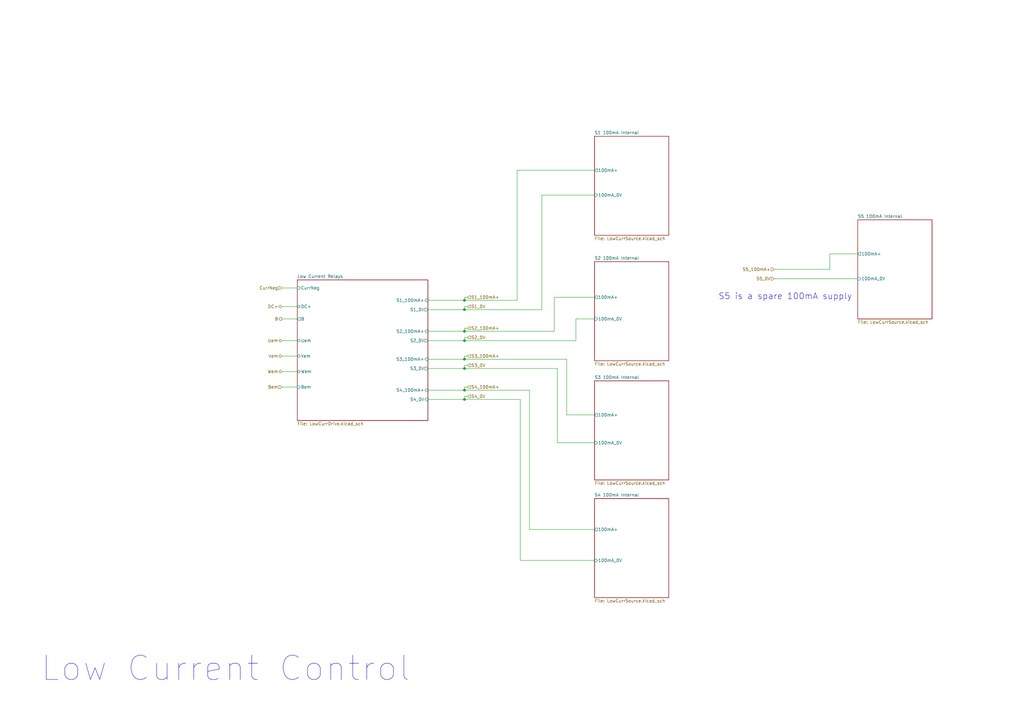
<source format=kicad_sch>
(kicad_sch
	(version 20231120)
	(generator "eeschema")
	(generator_version "8.0")
	(uuid "47bbe107-ffb4-4cb9-8cdd-7ff3a93e3685")
	(paper "A3")
	(title_block
		(title "GAVIM V4 TEST 137")
		(date "2024-06-25")
		(rev "00.00")
		(company "Nidec Drives")
	)
	(lib_symbols)
	(junction
		(at 190.5 127)
		(diameter 0)
		(color 0 0 0 0)
		(uuid "1634dda0-a0a9-4af5-b41d-136a8e5f4be9")
	)
	(junction
		(at 190.5 123.19)
		(diameter 0)
		(color 0 0 0 0)
		(uuid "2914441d-92f4-4118-90b8-444bdfdd71a7")
	)
	(junction
		(at 190.5 135.89)
		(diameter 0)
		(color 0 0 0 0)
		(uuid "836e8819-b0fb-4999-a6e1-ee9feb6b3af6")
	)
	(junction
		(at 190.5 160.02)
		(diameter 0)
		(color 0 0 0 0)
		(uuid "a46d5271-2840-48a3-9e22-86740c2ef4ff")
	)
	(junction
		(at 190.5 163.83)
		(diameter 0)
		(color 0 0 0 0)
		(uuid "b0c6ebd8-32ff-4a4a-8aa5-f0aa7ec4ce02")
	)
	(junction
		(at 190.5 151.13)
		(diameter 0)
		(color 0 0 0 0)
		(uuid "b8e2bbb6-8869-4cbc-addf-2ffd534b26e9")
	)
	(junction
		(at 190.5 139.7)
		(diameter 0)
		(color 0 0 0 0)
		(uuid "dacffa86-fecb-4d52-b6ab-dc90778e2e04")
	)
	(junction
		(at 190.5 147.32)
		(diameter 0)
		(color 0 0 0 0)
		(uuid "e9d67d78-0c16-4839-baa5-ff9c23a62ae6")
	)
	(wire
		(pts
			(xy 340.36 104.14) (xy 351.79 104.14)
		)
		(stroke
			(width 0)
			(type default)
		)
		(uuid "01faf146-112d-4b78-86a1-0e47ec6d3ac8")
	)
	(wire
		(pts
			(xy 190.5 123.19) (xy 212.09 123.19)
		)
		(stroke
			(width 0)
			(type default)
		)
		(uuid "07bea0a5-9d9b-4b9e-9a78-eeafe3014def")
	)
	(wire
		(pts
			(xy 213.36 229.87) (xy 243.84 229.87)
		)
		(stroke
			(width 0)
			(type default)
		)
		(uuid "092c6c18-1a09-4651-978f-3d6fbf1173e3")
	)
	(wire
		(pts
			(xy 191.77 146.05) (xy 190.5 146.05)
		)
		(stroke
			(width 0)
			(type default)
		)
		(uuid "13ba80dd-ec3a-4124-a4b0-5036509bae9c")
	)
	(wire
		(pts
			(xy 115.57 130.81) (xy 121.92 130.81)
		)
		(stroke
			(width 0)
			(type default)
		)
		(uuid "1cdb896e-8546-4ff2-9c41-da0470560919")
	)
	(wire
		(pts
			(xy 190.5 139.7) (xy 175.514 139.7)
		)
		(stroke
			(width 0)
			(type default)
		)
		(uuid "1d701437-7aae-4331-a82c-961ae3e51bd4")
	)
	(wire
		(pts
			(xy 190.5 160.02) (xy 217.17 160.02)
		)
		(stroke
			(width 0)
			(type default)
		)
		(uuid "1fa65c68-199f-4d36-ad4f-87eff5550e9e")
	)
	(wire
		(pts
			(xy 228.6 151.13) (xy 228.6 181.61)
		)
		(stroke
			(width 0)
			(type default)
		)
		(uuid "20a20e3d-8520-4899-9696-973e91a1c1e2")
	)
	(wire
		(pts
			(xy 236.22 130.81) (xy 236.22 139.7)
		)
		(stroke
			(width 0)
			(type default)
		)
		(uuid "290fe744-585e-4faf-96b0-2d8ac5e28462")
	)
	(wire
		(pts
			(xy 243.84 130.81) (xy 236.22 130.81)
		)
		(stroke
			(width 0)
			(type default)
		)
		(uuid "2a0ac6ae-170e-44e0-9e81-b39fde3dbded")
	)
	(wire
		(pts
			(xy 191.77 125.73) (xy 190.5 125.73)
		)
		(stroke
			(width 0)
			(type default)
		)
		(uuid "321a5e86-308a-4c62-b22b-a37429beff6d")
	)
	(wire
		(pts
			(xy 191.77 121.92) (xy 190.5 121.92)
		)
		(stroke
			(width 0)
			(type default)
		)
		(uuid "32da5ea2-abc0-4103-86ea-14bfb63ec067")
	)
	(wire
		(pts
			(xy 191.77 134.62) (xy 190.5 134.62)
		)
		(stroke
			(width 0)
			(type default)
		)
		(uuid "391a99b8-9678-4306-9b04-364016557d85")
	)
	(wire
		(pts
			(xy 190.5 158.75) (xy 190.5 160.02)
		)
		(stroke
			(width 0)
			(type default)
		)
		(uuid "3a6aec93-69e0-480c-92ae-945e8b607fe0")
	)
	(wire
		(pts
			(xy 232.41 147.32) (xy 232.41 170.18)
		)
		(stroke
			(width 0)
			(type default)
		)
		(uuid "3c77f667-8843-4fda-afea-6bffc24853aa")
	)
	(wire
		(pts
			(xy 232.41 170.18) (xy 243.84 170.18)
		)
		(stroke
			(width 0)
			(type default)
		)
		(uuid "3cf8765c-50c1-4800-be1d-9a2fb28e9bba")
	)
	(wire
		(pts
			(xy 175.514 163.83) (xy 190.5 163.83)
		)
		(stroke
			(width 0)
			(type default)
		)
		(uuid "3eb96c79-7088-4dd1-9bea-9ae74eb1f80c")
	)
	(wire
		(pts
			(xy 190.5 151.13) (xy 228.6 151.13)
		)
		(stroke
			(width 0)
			(type default)
		)
		(uuid "41a6e0ca-3ea2-4ec9-a1c4-b1d6ad7cd163")
	)
	(wire
		(pts
			(xy 190.5 138.43) (xy 190.5 139.7)
		)
		(stroke
			(width 0)
			(type default)
		)
		(uuid "4340eeac-9729-4a89-995d-d2bcf9fe9617")
	)
	(wire
		(pts
			(xy 217.17 160.02) (xy 217.17 217.17)
		)
		(stroke
			(width 0)
			(type default)
		)
		(uuid "55148526-0e42-47a5-94b9-12bda326aff8")
	)
	(wire
		(pts
			(xy 190.5 121.92) (xy 190.5 123.19)
		)
		(stroke
			(width 0)
			(type default)
		)
		(uuid "5ad17648-0108-411b-8444-b4f351dfb112")
	)
	(wire
		(pts
			(xy 227.33 135.89) (xy 227.33 121.92)
		)
		(stroke
			(width 0)
			(type default)
		)
		(uuid "62e66c99-93fc-47f5-acfa-3c32accb99e5")
	)
	(wire
		(pts
			(xy 191.77 138.43) (xy 190.5 138.43)
		)
		(stroke
			(width 0)
			(type default)
		)
		(uuid "6fd7b884-5e10-4de3-9468-f6e8b7b57a9d")
	)
	(wire
		(pts
			(xy 212.09 123.19) (xy 212.09 69.85)
		)
		(stroke
			(width 0)
			(type default)
		)
		(uuid "731394dc-8227-49c3-b0aa-496fb9738085")
	)
	(wire
		(pts
			(xy 213.36 163.83) (xy 213.36 229.87)
		)
		(stroke
			(width 0)
			(type default)
		)
		(uuid "7cea38c1-176c-44c1-b96b-cf67f7cc8649")
	)
	(wire
		(pts
			(xy 222.25 80.01) (xy 243.84 80.01)
		)
		(stroke
			(width 0)
			(type default)
		)
		(uuid "808ae0b4-4822-4128-9ac0-65f31ab691ae")
	)
	(wire
		(pts
			(xy 115.57 152.4) (xy 121.92 152.4)
		)
		(stroke
			(width 0)
			(type default)
		)
		(uuid "827b6dd2-9340-44af-87c8-a16ae8a0cee8")
	)
	(wire
		(pts
			(xy 227.33 121.92) (xy 243.84 121.92)
		)
		(stroke
			(width 0)
			(type default)
		)
		(uuid "83c20f6d-5820-492c-9181-399558eee832")
	)
	(wire
		(pts
			(xy 340.36 110.49) (xy 340.36 104.14)
		)
		(stroke
			(width 0)
			(type default)
		)
		(uuid "844fdaf6-8c6a-4968-8211-3255aa3249ce")
	)
	(wire
		(pts
			(xy 175.514 127) (xy 190.5 127)
		)
		(stroke
			(width 0)
			(type default)
		)
		(uuid "8a99d5d3-a7eb-460f-aee7-ccbf2a1702d7")
	)
	(wire
		(pts
			(xy 175.514 147.32) (xy 190.5 147.32)
		)
		(stroke
			(width 0)
			(type default)
		)
		(uuid "8c2b21c5-1dff-4563-97a3-d0a6ed9e5400")
	)
	(wire
		(pts
			(xy 190.5 149.86) (xy 190.5 151.13)
		)
		(stroke
			(width 0)
			(type default)
		)
		(uuid "9265dd0b-a5c3-42eb-85a7-b6f3567a894a")
	)
	(wire
		(pts
			(xy 191.77 149.86) (xy 190.5 149.86)
		)
		(stroke
			(width 0)
			(type default)
		)
		(uuid "95f03b0e-24f7-48c2-a470-e7f6ec056807")
	)
	(wire
		(pts
			(xy 190.5 125.73) (xy 190.5 127)
		)
		(stroke
			(width 0)
			(type default)
		)
		(uuid "97391150-9004-44a4-a502-14def65b72ab")
	)
	(wire
		(pts
			(xy 228.6 181.61) (xy 243.84 181.61)
		)
		(stroke
			(width 0)
			(type default)
		)
		(uuid "97a322c2-61ce-4fc4-ae14-fd34d76ffae3")
	)
	(wire
		(pts
			(xy 212.09 69.85) (xy 243.84 69.85)
		)
		(stroke
			(width 0)
			(type default)
		)
		(uuid "98a51dc2-e9e3-4355-98c7-7d693f06b8bc")
	)
	(wire
		(pts
			(xy 190.5 135.89) (xy 227.33 135.89)
		)
		(stroke
			(width 0)
			(type default)
		)
		(uuid "98c2ba7f-1d51-464d-8b21-109e5b8e7c20")
	)
	(wire
		(pts
			(xy 222.25 127) (xy 222.25 80.01)
		)
		(stroke
			(width 0)
			(type default)
		)
		(uuid "9ca2e2e9-5af5-47c5-8812-3b1eb116c8bb")
	)
	(wire
		(pts
			(xy 115.57 146.05) (xy 121.92 146.05)
		)
		(stroke
			(width 0)
			(type default)
		)
		(uuid "9cd33c31-a782-4ec2-9272-650a2b44f684")
	)
	(wire
		(pts
			(xy 317.5 110.49) (xy 340.36 110.49)
		)
		(stroke
			(width 0)
			(type default)
		)
		(uuid "9f12761f-aa24-4770-958a-ffa48fdbaca4")
	)
	(wire
		(pts
			(xy 175.514 160.02) (xy 190.5 160.02)
		)
		(stroke
			(width 0)
			(type default)
		)
		(uuid "a06e1c2a-2592-4b53-abbc-3b541b7d78bb")
	)
	(wire
		(pts
			(xy 236.22 139.7) (xy 190.5 139.7)
		)
		(stroke
			(width 0)
			(type default)
		)
		(uuid "a4f7bba9-c77f-47f8-a77a-9e36302674a7")
	)
	(wire
		(pts
			(xy 190.5 163.83) (xy 213.36 163.83)
		)
		(stroke
			(width 0)
			(type default)
		)
		(uuid "a5066bc7-f8e3-4cff-b171-ee605698190b")
	)
	(wire
		(pts
			(xy 115.57 139.7) (xy 121.92 139.7)
		)
		(stroke
			(width 0)
			(type default)
		)
		(uuid "b1f9180b-8709-42d6-a44e-42b10a0e1917")
	)
	(wire
		(pts
			(xy 175.514 123.19) (xy 190.5 123.19)
		)
		(stroke
			(width 0)
			(type default)
		)
		(uuid "bd9ab7c3-0a32-4181-a8da-aec548fa512d")
	)
	(wire
		(pts
			(xy 190.5 162.56) (xy 190.5 163.83)
		)
		(stroke
			(width 0)
			(type default)
		)
		(uuid "bfdce52c-d647-4947-aca2-51bf8fa7a740")
	)
	(wire
		(pts
			(xy 191.77 162.56) (xy 190.5 162.56)
		)
		(stroke
			(width 0)
			(type default)
		)
		(uuid "c673da6c-4b7f-4fd6-87a4-e2b249e03ff0")
	)
	(wire
		(pts
			(xy 175.514 135.89) (xy 190.5 135.89)
		)
		(stroke
			(width 0)
			(type default)
		)
		(uuid "ca14b0e0-66ee-40b2-9525-b4ffa0a313e5")
	)
	(wire
		(pts
			(xy 317.5 114.3) (xy 351.79 114.3)
		)
		(stroke
			(width 0)
			(type default)
		)
		(uuid "cd634f2e-9f5b-4820-81d7-89eda51afe53")
	)
	(wire
		(pts
			(xy 191.77 158.75) (xy 190.5 158.75)
		)
		(stroke
			(width 0)
			(type default)
		)
		(uuid "ce515a1a-a207-4e3c-a58a-69abc4d7b6ce")
	)
	(wire
		(pts
			(xy 190.5 146.05) (xy 190.5 147.32)
		)
		(stroke
			(width 0)
			(type default)
		)
		(uuid "d35cffa7-1938-407a-9d90-40226860117f")
	)
	(wire
		(pts
			(xy 115.57 158.75) (xy 121.92 158.75)
		)
		(stroke
			(width 0)
			(type default)
		)
		(uuid "d8eba48a-93ca-49fe-ac42-6eb578c3d5b7")
	)
	(wire
		(pts
			(xy 175.514 151.13) (xy 190.5 151.13)
		)
		(stroke
			(width 0)
			(type default)
		)
		(uuid "dffe9813-8da1-4427-ab81-b389c99160c2")
	)
	(wire
		(pts
			(xy 190.5 147.32) (xy 232.41 147.32)
		)
		(stroke
			(width 0)
			(type default)
		)
		(uuid "eb584da3-41e0-4ed3-b425-f34d0543d2ca")
	)
	(wire
		(pts
			(xy 190.5 127) (xy 222.25 127)
		)
		(stroke
			(width 0)
			(type default)
		)
		(uuid "ebba7ce1-c0e0-4eae-b235-2c2b3b65c1db")
	)
	(wire
		(pts
			(xy 217.17 217.17) (xy 243.84 217.17)
		)
		(stroke
			(width 0)
			(type default)
		)
		(uuid "f01e5369-5248-45be-b3af-9b5ddd641365")
	)
	(wire
		(pts
			(xy 115.57 125.73) (xy 121.92 125.73)
		)
		(stroke
			(width 0)
			(type default)
		)
		(uuid "f4283a2f-976c-4b44-b83d-0d8d706e24c5")
	)
	(wire
		(pts
			(xy 115.57 118.11) (xy 121.92 118.11)
		)
		(stroke
			(width 0)
			(type default)
		)
		(uuid "f8f2a3d0-6042-4ef0-9782-6b0e5c180a07")
	)
	(wire
		(pts
			(xy 190.5 134.62) (xy 190.5 135.89)
		)
		(stroke
			(width 0)
			(type default)
		)
		(uuid "fb57b4a8-550c-4630-8f23-99419944f1b8")
	)
	(text "S5 is a spare 100mA supply"
		(exclude_from_sim no)
		(at 322.072 121.666 0)
		(effects
			(font
				(size 2.5 2.5)
			)
		)
		(uuid "60b99107-f133-4203-8433-eb1e6504b56f")
	)
	(text "Low Current Control"
		(exclude_from_sim no)
		(at 16.51 274.32 0)
		(effects
			(font
				(size 10 10)
			)
			(justify left)
		)
		(uuid "9212af40-8b7d-4940-8971-98d155079a99")
	)
	(hierarchical_label "S5_100mA+"
		(shape input)
		(at 317.5 110.49 180)
		(fields_autoplaced yes)
		(effects
			(font
				(size 1.27 1.27)
			)
			(justify right)
		)
		(uuid "1038a14c-6970-4af4-a223-03f062073109")
	)
	(hierarchical_label "S3_0V"
		(shape input)
		(at 191.77 149.86 0)
		(fields_autoplaced yes)
		(effects
			(font
				(size 1.27 1.27)
			)
			(justify left)
		)
		(uuid "1e93e236-8af6-405f-b8f2-6eff5e06bca9")
	)
	(hierarchical_label "Uem"
		(shape bidirectional)
		(at 115.57 139.7 180)
		(fields_autoplaced yes)
		(effects
			(font
				(size 1.27 1.27)
			)
			(justify right)
		)
		(uuid "22b6901e-e772-48bf-bb25-c5e6d0770c36")
	)
	(hierarchical_label "S2_0V"
		(shape input)
		(at 191.77 138.43 0)
		(fields_autoplaced yes)
		(effects
			(font
				(size 1.27 1.27)
			)
			(justify left)
		)
		(uuid "269cdded-72ec-4525-b8c0-6bf0ed6a2a88")
	)
	(hierarchical_label "S1_100mA+"
		(shape input)
		(at 191.77 121.92 0)
		(fields_autoplaced yes)
		(effects
			(font
				(size 1.27 1.27)
			)
			(justify left)
		)
		(uuid "2b16cdf8-083f-4257-8cd8-a7a711f13fab")
	)
	(hierarchical_label "S2_100mA+"
		(shape input)
		(at 191.77 134.62 0)
		(fields_autoplaced yes)
		(effects
			(font
				(size 1.27 1.27)
			)
			(justify left)
		)
		(uuid "2d97e8ce-c23c-4bcd-a659-d3d51eec3ec1")
	)
	(hierarchical_label "S1_0V"
		(shape input)
		(at 191.77 125.73 0)
		(fields_autoplaced yes)
		(effects
			(font
				(size 1.27 1.27)
			)
			(justify left)
		)
		(uuid "4fe57103-621f-4a40-bef5-29d76c573fcb")
	)
	(hierarchical_label "CurrNeg"
		(shape input)
		(at 115.57 118.11 180)
		(fields_autoplaced yes)
		(effects
			(font
				(size 1.27 1.27)
			)
			(justify right)
		)
		(uuid "5e58636f-9f33-4949-8063-e1a56e249939")
	)
	(hierarchical_label "S3_100mA+"
		(shape input)
		(at 191.77 146.05 0)
		(fields_autoplaced yes)
		(effects
			(font
				(size 1.27 1.27)
			)
			(justify left)
		)
		(uuid "5f9591f3-8ca1-4e5c-bbc7-8dfacbcb4e47")
	)
	(hierarchical_label "S4_100mA+"
		(shape input)
		(at 191.77 158.75 0)
		(fields_autoplaced yes)
		(effects
			(font
				(size 1.27 1.27)
			)
			(justify left)
		)
		(uuid "6d39f07b-e1e8-4e53-8b1b-d320d994b292")
	)
	(hierarchical_label "Vem"
		(shape bidirectional)
		(at 115.57 146.05 180)
		(fields_autoplaced yes)
		(effects
			(font
				(size 1.27 1.27)
			)
			(justify right)
		)
		(uuid "825c8df9-dce9-409f-b036-9d358f188885")
	)
	(hierarchical_label "DC+"
		(shape bidirectional)
		(at 115.57 125.73 180)
		(fields_autoplaced yes)
		(effects
			(font
				(size 1.27 1.27)
			)
			(justify right)
		)
		(uuid "87fd63b3-2809-448a-8e26-b51e3470a727")
	)
	(hierarchical_label "B"
		(shape output)
		(at 115.57 130.81 180)
		(fields_autoplaced yes)
		(effects
			(font
				(size 1.27 1.27)
			)
			(justify right)
		)
		(uuid "89f346e6-2055-4047-a884-53003fc56fbb")
	)
	(hierarchical_label "Wem"
		(shape bidirectional)
		(at 115.57 152.4 180)
		(fields_autoplaced yes)
		(effects
			(font
				(size 1.27 1.27)
			)
			(justify right)
		)
		(uuid "a46466c2-26c8-4163-9d64-1f71d0109d5c")
	)
	(hierarchical_label "S5_0V"
		(shape input)
		(at 317.5 114.3 180)
		(fields_autoplaced yes)
		(effects
			(font
				(size 1.27 1.27)
			)
			(justify right)
		)
		(uuid "b696b6a6-586c-4ee6-b75a-f20db4ef4206")
	)
	(hierarchical_label "S4_0V"
		(shape input)
		(at 191.77 162.56 0)
		(fields_autoplaced yes)
		(effects
			(font
				(size 1.27 1.27)
			)
			(justify left)
		)
		(uuid "b6b0b1a2-d722-46e8-999f-39d65b7afe34")
	)
	(hierarchical_label "Bem"
		(shape input)
		(at 115.57 158.75 180)
		(fields_autoplaced yes)
		(effects
			(font
				(size 1.27 1.27)
			)
			(justify right)
		)
		(uuid "c47bd3ff-8b45-4082-97da-738e252f2106")
	)
	(sheet
		(at 351.79 90.17)
		(size 30.48 40.64)
		(fields_autoplaced yes)
		(stroke
			(width 0.1524)
			(type solid)
		)
		(fill
			(color 0 0 0 0.0000)
		)
		(uuid "0fe05cc4-1bc8-4c15-8a02-4ca33dabf353")
		(property "Sheetname" "S5 100mA Internal"
			(at 351.79 89.4584 0)
			(effects
				(font
					(size 1.27 1.27)
				)
				(justify left bottom)
			)
		)
		(property "Sheetfile" "LowCurrSource.kicad_sch"
			(at 351.79 131.3946 0)
			(effects
				(font
					(size 1.27 1.27)
				)
				(justify left top)
			)
		)
		(pin "100mA+" output
			(at 351.79 104.14 180)
			(effects
				(font
					(size 1.27 1.27)
				)
				(justify left)
			)
			(uuid "94abf9b8-f2ba-46ec-b7e6-caf6f6b9d7d4")
		)
		(pin "100mA_0V" input
			(at 351.79 114.3 180)
			(effects
				(font
					(size 1.27 1.27)
				)
				(justify left)
			)
			(uuid "1b3a99d9-c001-46c0-800c-707f3217e8c0")
		)
		(instances
			(project "TEST137"
				(path "/b9e049fb-82b3-4ace-b86e-ee435a65c8a1/1fc63436-e7dc-4e7a-ae43-0800ff10c56a"
					(page "2")
				)
			)
		)
	)
	(sheet
		(at 121.92 114.808)
		(size 53.594 57.658)
		(fields_autoplaced yes)
		(stroke
			(width 0.1524)
			(type solid)
		)
		(fill
			(color 0 0 0 0.0000)
		)
		(uuid "3ad5a17f-c9bc-44a9-9915-667567d53681")
		(property "Sheetname" "Low Current Relays"
			(at 121.92 114.0964 0)
			(effects
				(font
					(size 1.27 1.27)
				)
				(justify left bottom)
			)
		)
		(property "Sheetfile" "LowCurrDrive.kicad_sch"
			(at 121.92 173.0506 0)
			(effects
				(font
					(size 1.27 1.27)
				)
				(justify left top)
			)
		)
		(pin "S4_0V" input
			(at 175.514 163.83 0)
			(effects
				(font
					(size 1.27 1.27)
				)
				(justify right)
			)
			(uuid "d4f29015-b587-4e77-af0c-a1e73d2d3310")
		)
		(pin "S3_0V" output
			(at 175.514 151.13 0)
			(effects
				(font
					(size 1.27 1.27)
				)
				(justify right)
			)
			(uuid "ba57f9c1-bafa-4669-a445-28d9d4b24f8c")
		)
		(pin "S3_100mA+" input
			(at 175.514 147.32 0)
			(effects
				(font
					(size 1.27 1.27)
				)
				(justify right)
			)
			(uuid "f7720eb7-607a-4fc7-a0a8-2ec3d42d0228")
		)
		(pin "S4_100mA+" input
			(at 175.514 160.02 0)
			(effects
				(font
					(size 1.27 1.27)
				)
				(justify right)
			)
			(uuid "074c1459-e160-4ac8-a7a7-69d0b32d66c0")
		)
		(pin "S1_0V" output
			(at 175.514 127 0)
			(effects
				(font
					(size 1.27 1.27)
				)
				(justify right)
			)
			(uuid "d7160fde-76ce-4964-84fa-89dfcd64be3c")
		)
		(pin "S1_100mA+" input
			(at 175.514 123.19 0)
			(effects
				(font
					(size 1.27 1.27)
				)
				(justify right)
			)
			(uuid "10ad9cf9-19f0-4770-a880-4db46971dc86")
		)
		(pin "S2_0V" output
			(at 175.514 139.7 0)
			(effects
				(font
					(size 1.27 1.27)
				)
				(justify right)
			)
			(uuid "8baebf47-359f-4599-a813-139316e9dce4")
		)
		(pin "S2_100mA+" input
			(at 175.514 135.89 0)
			(effects
				(font
					(size 1.27 1.27)
				)
				(justify right)
			)
			(uuid "27cce160-85c1-42d4-a8c5-0887781d2c87")
		)
		(pin "CurrNeg" input
			(at 121.92 118.11 180)
			(effects
				(font
					(size 1.27 1.27)
				)
				(justify left)
			)
			(uuid "97bae3d6-250e-456d-84fe-db450a86257d")
		)
		(pin "DC+" bidirectional
			(at 121.92 125.73 180)
			(effects
				(font
					(size 1.27 1.27)
				)
				(justify left)
			)
			(uuid "314ca1d7-85a7-43ed-8a8c-2b194cd1a21f")
		)
		(pin "Uem" bidirectional
			(at 121.92 139.7 180)
			(effects
				(font
					(size 1.27 1.27)
				)
				(justify left)
			)
			(uuid "5265e931-36d1-4aa6-8c40-837d374475de")
		)
		(pin "Vem" bidirectional
			(at 121.92 146.05 180)
			(effects
				(font
					(size 1.27 1.27)
				)
				(justify left)
			)
			(uuid "f347ef0a-dbc1-45ca-9971-8e0687d2131a")
		)
		(pin "Wem" bidirectional
			(at 121.92 152.4 180)
			(effects
				(font
					(size 1.27 1.27)
				)
				(justify left)
			)
			(uuid "9c6804ac-5286-460a-80ab-fbbf1437c169")
		)
		(pin "Bem" input
			(at 121.92 158.75 180)
			(effects
				(font
					(size 1.27 1.27)
				)
				(justify left)
			)
			(uuid "1334a0a9-ad9f-4d87-a697-b321af73e26e")
		)
		(pin "B" output
			(at 121.92 130.81 180)
			(effects
				(font
					(size 1.27 1.27)
				)
				(justify left)
			)
			(uuid "1b0a8222-7336-43f9-b447-f7941b34d216")
		)
		(instances
			(project "TEST137"
				(path "/b9e049fb-82b3-4ace-b86e-ee435a65c8a1/1fc63436-e7dc-4e7a-ae43-0800ff10c56a"
					(page "14")
				)
			)
		)
	)
	(sheet
		(at 243.84 156.21)
		(size 30.48 40.64)
		(fields_autoplaced yes)
		(stroke
			(width 0.1524)
			(type solid)
		)
		(fill
			(color 0 0 0 0.0000)
		)
		(uuid "40a53c11-4539-4c8d-933b-732ec4f6d414")
		(property "Sheetname" "S3 100mA Internal"
			(at 243.84 155.4984 0)
			(effects
				(font
					(size 1.27 1.27)
				)
				(justify left bottom)
			)
		)
		(property "Sheetfile" "LowCurrSource.kicad_sch"
			(at 243.84 197.4346 0)
			(effects
				(font
					(size 1.27 1.27)
				)
				(justify left top)
			)
		)
		(pin "100mA+" output
			(at 243.84 170.18 180)
			(effects
				(font
					(size 1.27 1.27)
				)
				(justify left)
			)
			(uuid "602d82c8-8f51-4333-846a-8bca92e5cc4e")
		)
		(pin "100mA_0V" input
			(at 243.84 181.61 180)
			(effects
				(font
					(size 1.27 1.27)
				)
				(justify left)
			)
			(uuid "c5492a9d-fa1c-4785-83fd-06fc70d3275d")
		)
		(instances
			(project "TEST137"
				(path "/b9e049fb-82b3-4ace-b86e-ee435a65c8a1/1fc63436-e7dc-4e7a-ae43-0800ff10c56a"
					(page "7")
				)
			)
		)
	)
	(sheet
		(at 243.84 55.88)
		(size 30.48 40.64)
		(fields_autoplaced yes)
		(stroke
			(width 0.1524)
			(type solid)
		)
		(fill
			(color 0 0 0 0.0000)
		)
		(uuid "6284e981-b7ec-42c9-838a-39af946299ee")
		(property "Sheetname" "S1 100mA Internal"
			(at 243.84 55.1684 0)
			(effects
				(font
					(size 1.27 1.27)
				)
				(justify left bottom)
			)
		)
		(property "Sheetfile" "LowCurrSource.kicad_sch"
			(at 243.84 97.1046 0)
			(effects
				(font
					(size 1.27 1.27)
				)
				(justify left top)
			)
		)
		(pin "100mA+" output
			(at 243.84 69.85 180)
			(effects
				(font
					(size 1.27 1.27)
				)
				(justify left)
			)
			(uuid "36bfb90d-c597-42a0-b006-f3371064c44b")
		)
		(pin "100mA_0V" input
			(at 243.84 80.01 180)
			(effects
				(font
					(size 1.27 1.27)
				)
				(justify left)
			)
			(uuid "063d49e1-65cf-41d9-a931-34a8cd613f4f")
		)
		(instances
			(project "TEST137"
				(path "/b9e049fb-82b3-4ace-b86e-ee435a65c8a1/1fc63436-e7dc-4e7a-ae43-0800ff10c56a"
					(page "9")
				)
			)
		)
	)
	(sheet
		(at 243.84 204.47)
		(size 30.48 40.64)
		(fields_autoplaced yes)
		(stroke
			(width 0.1524)
			(type solid)
		)
		(fill
			(color 0 0 0 0.0000)
		)
		(uuid "afd3b0cd-52e2-4461-b465-8eb0cf78c621")
		(property "Sheetname" "S4 100mA Internal"
			(at 243.84 203.7584 0)
			(effects
				(font
					(size 1.27 1.27)
				)
				(justify left bottom)
			)
		)
		(property "Sheetfile" "LowCurrSource.kicad_sch"
			(at 243.84 245.6946 0)
			(effects
				(font
					(size 1.27 1.27)
				)
				(justify left top)
			)
		)
		(pin "100mA+" output
			(at 243.84 217.17 180)
			(effects
				(font
					(size 1.27 1.27)
				)
				(justify left)
			)
			(uuid "54c76733-72b2-4698-941a-b54521d8020b")
		)
		(pin "100mA_0V" input
			(at 243.84 229.87 180)
			(effects
				(font
					(size 1.27 1.27)
				)
				(justify left)
			)
			(uuid "f494d5c3-fee4-43cf-a8b6-c4b1c4e511fc")
		)
		(instances
			(project "TEST137"
				(path "/b9e049fb-82b3-4ace-b86e-ee435a65c8a1/1fc63436-e7dc-4e7a-ae43-0800ff10c56a"
					(page "4")
				)
			)
		)
	)
	(sheet
		(at 243.84 107.315)
		(size 30.48 40.64)
		(fields_autoplaced yes)
		(stroke
			(width 0.1524)
			(type solid)
		)
		(fill
			(color 0 0 0 0.0000)
		)
		(uuid "fd431a4c-2ce9-461a-8bea-15d06192d24d")
		(property "Sheetname" "S2 100mA Internal"
			(at 243.84 106.6034 0)
			(effects
				(font
					(size 1.27 1.27)
				)
				(justify left bottom)
			)
		)
		(property "Sheetfile" "LowCurrSource.kicad_sch"
			(at 243.84 148.5396 0)
			(effects
				(font
					(size 1.27 1.27)
				)
				(justify left top)
			)
		)
		(pin "100mA+" output
			(at 243.84 121.92 180)
			(effects
				(font
					(size 1.27 1.27)
				)
				(justify left)
			)
			(uuid "8099f2ed-60be-4d8e-a31e-0a8749c7e771")
		)
		(pin "100mA_0V" input
			(at 243.84 130.81 180)
			(effects
				(font
					(size 1.27 1.27)
				)
				(justify left)
			)
			(uuid "1089ca26-dbc5-44b3-a154-bc4913346d3f")
		)
		(instances
			(project "TEST137"
				(path "/b9e049fb-82b3-4ace-b86e-ee435a65c8a1/1fc63436-e7dc-4e7a-ae43-0800ff10c56a"
					(page "8")
				)
			)
		)
	)
)
</source>
